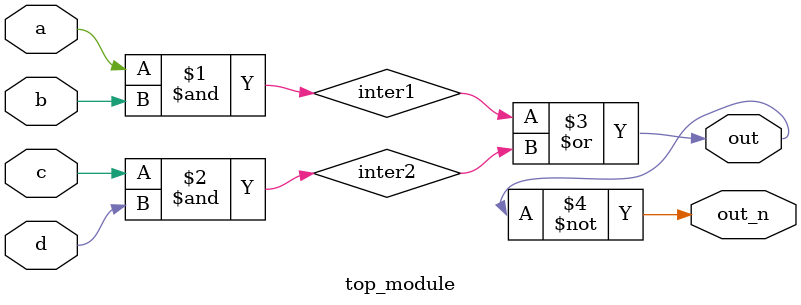
<source format=sv>
module top_module (
	input a,
	input b,
	input c,
	input d,
	output out,
	output out_n );

	// Intermediate wires
	wire inter1;
	wire inter2;

	// AND gates
	and gate1 (inter1, a, b);
	and gate2 (inter2, c, d);

	// OR gate
	or gate3 (out, inter1, inter2);

	// Inverter
	not gate4 (out_n, out);

endmodule

</source>
